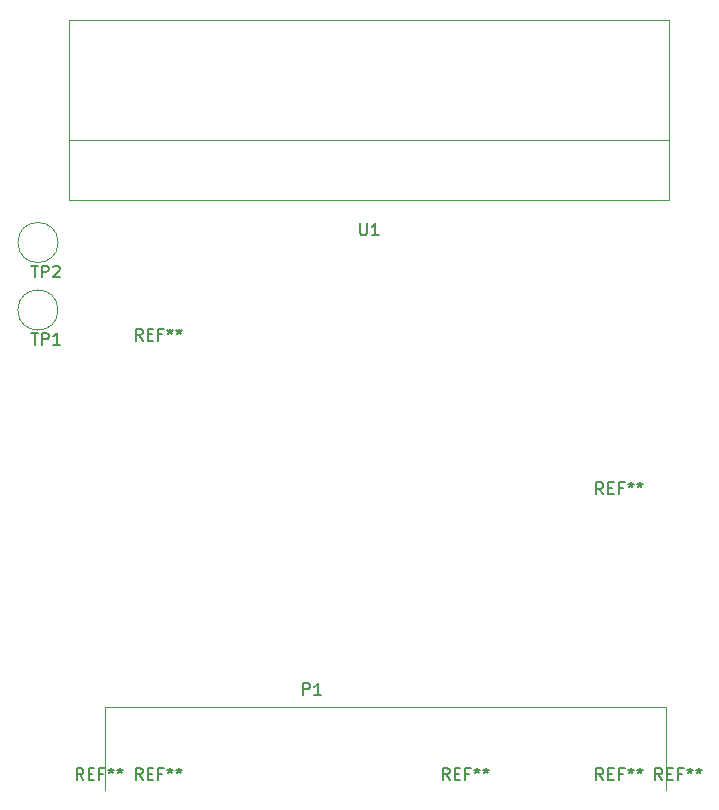
<source format=gto>
%TF.GenerationSoftware,KiCad,Pcbnew,5.1.12-84ad8e8a86~92~ubuntu20.04.1*%
%TF.CreationDate,2022-08-11T21:58:25+09:00*%
%TF.ProjectId,Akashi-10,416b6173-6869-42d3-9130-2e6b69636164,rev?*%
%TF.SameCoordinates,Original*%
%TF.FileFunction,Legend,Top*%
%TF.FilePolarity,Positive*%
%FSLAX46Y46*%
G04 Gerber Fmt 4.6, Leading zero omitted, Abs format (unit mm)*
G04 Created by KiCad (PCBNEW 5.1.12-84ad8e8a86~92~ubuntu20.04.1) date 2022-08-11 21:58:25*
%MOMM*%
%LPD*%
G01*
G04 APERTURE LIST*
%ADD10C,0.120000*%
%ADD11C,0.150000*%
G04 APERTURE END LIST*
D10*
%TO.C,U1*%
X125460000Y-82960000D02*
X176260000Y-82960000D01*
X176260000Y-82960000D02*
X176260000Y-88040000D01*
X176260000Y-88040000D02*
X125460000Y-88040000D01*
X125460000Y-88040000D02*
X125460000Y-82960000D01*
X125460000Y-82960000D02*
X125460000Y-72800000D01*
X125460000Y-72800000D02*
X176260000Y-72800000D01*
X176260000Y-72800000D02*
X176260000Y-82960000D01*
%TO.C,P1*%
X176000000Y-131000000D02*
X176000000Y-138000000D01*
X175500000Y-131000000D02*
X176000000Y-131000000D01*
X128500000Y-131000000D02*
X175500000Y-131000000D01*
X128500000Y-138000000D02*
X128500000Y-131000000D01*
%TO.C,TP2*%
X124510000Y-91645000D02*
G75*
G03*
X124510000Y-91645000I-1700000J0D01*
G01*
%TO.C,TP1*%
X124510000Y-97360000D02*
G75*
G03*
X124510000Y-97360000I-1700000J0D01*
G01*
%TO.C,REF\u002A\u002A*%
D11*
X175666666Y-137152380D02*
X175333333Y-136676190D01*
X175095238Y-137152380D02*
X175095238Y-136152380D01*
X175476190Y-136152380D01*
X175571428Y-136200000D01*
X175619047Y-136247619D01*
X175666666Y-136342857D01*
X175666666Y-136485714D01*
X175619047Y-136580952D01*
X175571428Y-136628571D01*
X175476190Y-136676190D01*
X175095238Y-136676190D01*
X176095238Y-136628571D02*
X176428571Y-136628571D01*
X176571428Y-137152380D02*
X176095238Y-137152380D01*
X176095238Y-136152380D01*
X176571428Y-136152380D01*
X177333333Y-136628571D02*
X177000000Y-136628571D01*
X177000000Y-137152380D02*
X177000000Y-136152380D01*
X177476190Y-136152380D01*
X178000000Y-136152380D02*
X178000000Y-136390476D01*
X177761904Y-136295238D02*
X178000000Y-136390476D01*
X178238095Y-136295238D01*
X177857142Y-136580952D02*
X178000000Y-136390476D01*
X178142857Y-136580952D01*
X178761904Y-136152380D02*
X178761904Y-136390476D01*
X178523809Y-136295238D02*
X178761904Y-136390476D01*
X179000000Y-136295238D01*
X178619047Y-136580952D02*
X178761904Y-136390476D01*
X178904761Y-136580952D01*
X126666666Y-137152380D02*
X126333333Y-136676190D01*
X126095238Y-137152380D02*
X126095238Y-136152380D01*
X126476190Y-136152380D01*
X126571428Y-136200000D01*
X126619047Y-136247619D01*
X126666666Y-136342857D01*
X126666666Y-136485714D01*
X126619047Y-136580952D01*
X126571428Y-136628571D01*
X126476190Y-136676190D01*
X126095238Y-136676190D01*
X127095238Y-136628571D02*
X127428571Y-136628571D01*
X127571428Y-137152380D02*
X127095238Y-137152380D01*
X127095238Y-136152380D01*
X127571428Y-136152380D01*
X128333333Y-136628571D02*
X128000000Y-136628571D01*
X128000000Y-137152380D02*
X128000000Y-136152380D01*
X128476190Y-136152380D01*
X129000000Y-136152380D02*
X129000000Y-136390476D01*
X128761904Y-136295238D02*
X129000000Y-136390476D01*
X129238095Y-136295238D01*
X128857142Y-136580952D02*
X129000000Y-136390476D01*
X129142857Y-136580952D01*
X129761904Y-136152380D02*
X129761904Y-136390476D01*
X129523809Y-136295238D02*
X129761904Y-136390476D01*
X130000000Y-136295238D01*
X129619047Y-136580952D02*
X129761904Y-136390476D01*
X129904761Y-136580952D01*
X131666666Y-99952380D02*
X131333333Y-99476190D01*
X131095238Y-99952380D02*
X131095238Y-98952380D01*
X131476190Y-98952380D01*
X131571428Y-99000000D01*
X131619047Y-99047619D01*
X131666666Y-99142857D01*
X131666666Y-99285714D01*
X131619047Y-99380952D01*
X131571428Y-99428571D01*
X131476190Y-99476190D01*
X131095238Y-99476190D01*
X132095238Y-99428571D02*
X132428571Y-99428571D01*
X132571428Y-99952380D02*
X132095238Y-99952380D01*
X132095238Y-98952380D01*
X132571428Y-98952380D01*
X133333333Y-99428571D02*
X133000000Y-99428571D01*
X133000000Y-99952380D02*
X133000000Y-98952380D01*
X133476190Y-98952380D01*
X134000000Y-98952380D02*
X134000000Y-99190476D01*
X133761904Y-99095238D02*
X134000000Y-99190476D01*
X134238095Y-99095238D01*
X133857142Y-99380952D02*
X134000000Y-99190476D01*
X134142857Y-99380952D01*
X134761904Y-98952380D02*
X134761904Y-99190476D01*
X134523809Y-99095238D02*
X134761904Y-99190476D01*
X135000000Y-99095238D01*
X134619047Y-99380952D02*
X134761904Y-99190476D01*
X134904761Y-99380952D01*
X157666666Y-137152380D02*
X157333333Y-136676190D01*
X157095238Y-137152380D02*
X157095238Y-136152380D01*
X157476190Y-136152380D01*
X157571428Y-136200000D01*
X157619047Y-136247619D01*
X157666666Y-136342857D01*
X157666666Y-136485714D01*
X157619047Y-136580952D01*
X157571428Y-136628571D01*
X157476190Y-136676190D01*
X157095238Y-136676190D01*
X158095238Y-136628571D02*
X158428571Y-136628571D01*
X158571428Y-137152380D02*
X158095238Y-137152380D01*
X158095238Y-136152380D01*
X158571428Y-136152380D01*
X159333333Y-136628571D02*
X159000000Y-136628571D01*
X159000000Y-137152380D02*
X159000000Y-136152380D01*
X159476190Y-136152380D01*
X160000000Y-136152380D02*
X160000000Y-136390476D01*
X159761904Y-136295238D02*
X160000000Y-136390476D01*
X160238095Y-136295238D01*
X159857142Y-136580952D02*
X160000000Y-136390476D01*
X160142857Y-136580952D01*
X160761904Y-136152380D02*
X160761904Y-136390476D01*
X160523809Y-136295238D02*
X160761904Y-136390476D01*
X161000000Y-136295238D01*
X160619047Y-136580952D02*
X160761904Y-136390476D01*
X160904761Y-136580952D01*
X170666666Y-137152380D02*
X170333333Y-136676190D01*
X170095238Y-137152380D02*
X170095238Y-136152380D01*
X170476190Y-136152380D01*
X170571428Y-136200000D01*
X170619047Y-136247619D01*
X170666666Y-136342857D01*
X170666666Y-136485714D01*
X170619047Y-136580952D01*
X170571428Y-136628571D01*
X170476190Y-136676190D01*
X170095238Y-136676190D01*
X171095238Y-136628571D02*
X171428571Y-136628571D01*
X171571428Y-137152380D02*
X171095238Y-137152380D01*
X171095238Y-136152380D01*
X171571428Y-136152380D01*
X172333333Y-136628571D02*
X172000000Y-136628571D01*
X172000000Y-137152380D02*
X172000000Y-136152380D01*
X172476190Y-136152380D01*
X173000000Y-136152380D02*
X173000000Y-136390476D01*
X172761904Y-136295238D02*
X173000000Y-136390476D01*
X173238095Y-136295238D01*
X172857142Y-136580952D02*
X173000000Y-136390476D01*
X173142857Y-136580952D01*
X173761904Y-136152380D02*
X173761904Y-136390476D01*
X173523809Y-136295238D02*
X173761904Y-136390476D01*
X174000000Y-136295238D01*
X173619047Y-136580952D02*
X173761904Y-136390476D01*
X173904761Y-136580952D01*
X131666666Y-137152380D02*
X131333333Y-136676190D01*
X131095238Y-137152380D02*
X131095238Y-136152380D01*
X131476190Y-136152380D01*
X131571428Y-136200000D01*
X131619047Y-136247619D01*
X131666666Y-136342857D01*
X131666666Y-136485714D01*
X131619047Y-136580952D01*
X131571428Y-136628571D01*
X131476190Y-136676190D01*
X131095238Y-136676190D01*
X132095238Y-136628571D02*
X132428571Y-136628571D01*
X132571428Y-137152380D02*
X132095238Y-137152380D01*
X132095238Y-136152380D01*
X132571428Y-136152380D01*
X133333333Y-136628571D02*
X133000000Y-136628571D01*
X133000000Y-137152380D02*
X133000000Y-136152380D01*
X133476190Y-136152380D01*
X134000000Y-136152380D02*
X134000000Y-136390476D01*
X133761904Y-136295238D02*
X134000000Y-136390476D01*
X134238095Y-136295238D01*
X133857142Y-136580952D02*
X134000000Y-136390476D01*
X134142857Y-136580952D01*
X134761904Y-136152380D02*
X134761904Y-136390476D01*
X134523809Y-136295238D02*
X134761904Y-136390476D01*
X135000000Y-136295238D01*
X134619047Y-136580952D02*
X134761904Y-136390476D01*
X134904761Y-136580952D01*
X170666666Y-112952380D02*
X170333333Y-112476190D01*
X170095238Y-112952380D02*
X170095238Y-111952380D01*
X170476190Y-111952380D01*
X170571428Y-112000000D01*
X170619047Y-112047619D01*
X170666666Y-112142857D01*
X170666666Y-112285714D01*
X170619047Y-112380952D01*
X170571428Y-112428571D01*
X170476190Y-112476190D01*
X170095238Y-112476190D01*
X171095238Y-112428571D02*
X171428571Y-112428571D01*
X171571428Y-112952380D02*
X171095238Y-112952380D01*
X171095238Y-111952380D01*
X171571428Y-111952380D01*
X172333333Y-112428571D02*
X172000000Y-112428571D01*
X172000000Y-112952380D02*
X172000000Y-111952380D01*
X172476190Y-111952380D01*
X173000000Y-111952380D02*
X173000000Y-112190476D01*
X172761904Y-112095238D02*
X173000000Y-112190476D01*
X173238095Y-112095238D01*
X172857142Y-112380952D02*
X173000000Y-112190476D01*
X173142857Y-112380952D01*
X173761904Y-111952380D02*
X173761904Y-112190476D01*
X173523809Y-112095238D02*
X173761904Y-112190476D01*
X174000000Y-112095238D01*
X173619047Y-112380952D02*
X173761904Y-112190476D01*
X173904761Y-112380952D01*
%TO.C,U1*%
X150098095Y-90032380D02*
X150098095Y-90841904D01*
X150145714Y-90937142D01*
X150193333Y-90984761D01*
X150288571Y-91032380D01*
X150479047Y-91032380D01*
X150574285Y-90984761D01*
X150621904Y-90937142D01*
X150669523Y-90841904D01*
X150669523Y-90032380D01*
X151669523Y-91032380D02*
X151098095Y-91032380D01*
X151383809Y-91032380D02*
X151383809Y-90032380D01*
X151288571Y-90175238D01*
X151193333Y-90270476D01*
X151098095Y-90318095D01*
%TO.C,P1*%
X145261904Y-129952380D02*
X145261904Y-128952380D01*
X145642857Y-128952380D01*
X145738095Y-129000000D01*
X145785714Y-129047619D01*
X145833333Y-129142857D01*
X145833333Y-129285714D01*
X145785714Y-129380952D01*
X145738095Y-129428571D01*
X145642857Y-129476190D01*
X145261904Y-129476190D01*
X146785714Y-129952380D02*
X146214285Y-129952380D01*
X146500000Y-129952380D02*
X146500000Y-128952380D01*
X146404761Y-129095238D01*
X146309523Y-129190476D01*
X146214285Y-129238095D01*
%TO.C,TP2*%
X122248095Y-93597380D02*
X122819523Y-93597380D01*
X122533809Y-94597380D02*
X122533809Y-93597380D01*
X123152857Y-94597380D02*
X123152857Y-93597380D01*
X123533809Y-93597380D01*
X123629047Y-93645000D01*
X123676666Y-93692619D01*
X123724285Y-93787857D01*
X123724285Y-93930714D01*
X123676666Y-94025952D01*
X123629047Y-94073571D01*
X123533809Y-94121190D01*
X123152857Y-94121190D01*
X124105238Y-93692619D02*
X124152857Y-93645000D01*
X124248095Y-93597380D01*
X124486190Y-93597380D01*
X124581428Y-93645000D01*
X124629047Y-93692619D01*
X124676666Y-93787857D01*
X124676666Y-93883095D01*
X124629047Y-94025952D01*
X124057619Y-94597380D01*
X124676666Y-94597380D01*
%TO.C,TP1*%
X122248095Y-99312380D02*
X122819523Y-99312380D01*
X122533809Y-100312380D02*
X122533809Y-99312380D01*
X123152857Y-100312380D02*
X123152857Y-99312380D01*
X123533809Y-99312380D01*
X123629047Y-99360000D01*
X123676666Y-99407619D01*
X123724285Y-99502857D01*
X123724285Y-99645714D01*
X123676666Y-99740952D01*
X123629047Y-99788571D01*
X123533809Y-99836190D01*
X123152857Y-99836190D01*
X124676666Y-100312380D02*
X124105238Y-100312380D01*
X124390952Y-100312380D02*
X124390952Y-99312380D01*
X124295714Y-99455238D01*
X124200476Y-99550476D01*
X124105238Y-99598095D01*
%TD*%
M02*

</source>
